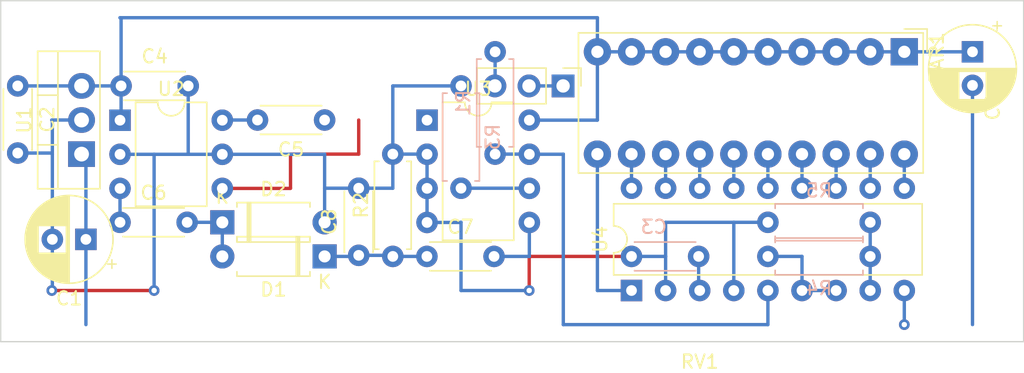
<source format=kicad_pcb>
(kicad_pcb (version 20221018) (generator pcbnew)
  (layers (0 "F.Cu" signal) (31 "B.Cu" signal) (34 "B.Paste" user) (35 "F.Paste" user) (36 "B.SilkS" user "B.Silkscreen") (37 "F.SilkS" user "F.Silkscreen") (38 "B.Mask" user) (39 "F.Mask" user) (44 "Edge.Cuts" user))
  (net 0 "")
  (net 1 "+5V")
  (net 2 "Net-(U4-LED1)")
  (net 3 "Net-(U4-LED2)")
  (net 4 "Net-(U4-LED3)")
  (net 5 "Net-(U4-LED4)")
  (net 6 "Net-(U4-LED5)")
  (net 7 "Net-(U4-LED6)")
  (net 8 "Net-(U4-LED7)")
  (net 9 "Net-(U4-LED8)")
  (net 10 "Net-(U4-LED9)")
  (net 11 "Net-(U4-LED10)")
  (net 12 "+9V")
  (net 13 "GND")
  (net 15 "Net-(C5-Pad2)")
  (net 16 "Net-(C6-Pad1)")
  (net 17 "Net-(D1-A)")
  (net 18 "Net-(D1-K)")
  (net 19 "Net-(U4-REFOUT)")
  (net 20 "Net-(R1-Pad1)")
  (net 21 "Net-(U4-SIG)")
  (net 22 "Net-(U4-REFADJ)")
  (net 23 "Net-(U3B-+)")
  (net 24 "Net-(U3B--)")
  (footprint "Resistor_THT:R_Axial_DIN0207_L6.3mm_D2.5mm_P7.62mm_Horizontal" (layer "F.Cu") (at 109.22 101.6 90)
    (fp_text reference "R2" (at 3.81 -2.37 90) (layer "F.SilkS"))
    (fp_text value "1k")
    (pad "1" thru_hole circle (at 0 0 90) (size 1.6 1.6) (drill 0.8) (layers "*.Cu" "*.Mask") (net 18 "Net-(D1-K)"))
    (pad "2" thru_hole oval (at 7.62 0 90) (size 1.6 1.6) (drill 0.8) (layers "*.Cu" "*.Mask") (net 13 "GND"))
  )
  (footprint "Capacitor_THT:C_Disc_D4.3mm_W1.9mm_P5.00mm" (layer "F.Cu") (at 111.76 101.6)
    (fp_text reference "C7" (at 2.5 -2.2) (layer "F.SilkS"))
    (fp_text value "0.1u")
    (pad "1" thru_hole circle (at 0 0) (size 1.6 1.6) (drill 0.8) (layers "*.Cu" "*.Mask") (net 18 "Net-(D1-K)"))
    (pad "2" thru_hole circle (at 5 0) (size 1.6 1.6) (drill 0.8) (layers "*.Cu" "*.Mask") (net 23 "Net-(U3B-+)"))
  )
  (footprint "Capacitor_THT:C_Disc_D4.3mm_W1.9mm_P5.00mm" (layer "F.Cu") (at 88.98 88.9)
    (fp_text reference "C4" (at 2.5 -2.2) (layer "F.SilkS"))
    (fp_text value "0.1u")
    (pad "1" thru_hole circle (at 0 0) (size 1.6 1.6) (drill 0.8) (layers "*.Cu" "*.Mask") (net 1 "+5V"))
    (pad "2" thru_hole circle (at 5 0) (size 1.6 1.6) (drill 0.8) (layers "*.Cu" "*.Mask") (net 13 "GND"))
  )
  (footprint "Display:HDSP-4836" (layer "F.Cu") (at 147.32 86.36 -90)
    (fp_text reference "BAR1" (at 0.45 -2.42 90) (layer "F.SilkS"))
    (fp_text value "HDSP-4836_2")
    (pad "1" thru_hole rect (at 0 0 180) (size 2.032 2.032) (drill 0.9144) (layers "*.Cu" "*.Mask") (net 1 "+5V"))
    (pad "2" thru_hole circle (at 0 2.54 180) (size 2.032 2.032) (drill 0.9144) (layers "*.Cu" "*.Mask") (net 1 "+5V"))
    (pad "3" thru_hole circle (at 0 5.08 180) (size 2.032 2.032) (drill 0.9144) (layers "*.Cu" "*.Mask") (net 1 "+5V"))
    (pad "4" thru_hole circle (at 0 7.62 180) (size 2.032 2.032) (drill 0.9144) (layers "*.Cu" "*.Mask") (net 1 "+5V"))
    (pad "5" thru_hole circle (at 0 10.16 180) (size 2.032 2.032) (drill 0.9144) (layers "*.Cu" "*.Mask") (net 1 "+5V"))
    (pad "6" thru_hole circle (at 0 12.7 180) (size 2.032 2.032) (drill 0.9144) (layers "*.Cu" "*.Mask") (net 1 "+5V"))
    (pad "7" thru_hole circle (at 0 15.24 180) (size 2.032 2.032) (drill 0.9144) (layers "*.Cu" "*.Mask") (net 1 "+5V"))
    (pad "8" thru_hole circle (at 0 17.78 180) (size 2.032 2.032) (drill 0.9144) (layers "*.Cu" "*.Mask") (net 1 "+5V"))
    (pad "9" thru_hole circle (at 0 20.32 180) (size 2.032 2.032) (drill 0.9144) (layers "*.Cu" "*.Mask") (net 1 "+5V"))
    (pad "10" thru_hole circle (at 0 22.86 180) (size 2.032 2.032) (drill 0.9144) (layers "*.Cu" "*.Mask") (net 1 "+5V"))
    (pad "11" thru_hole circle (at 7.62 22.86 180) (size 2.032 2.032) (drill 0.9144) (layers "*.Cu" "*.Mask") (net 2 "Net-(U4-LED1)"))
    (pad "12" thru_hole circle (at 7.62 20.32 180) (size 2.032 2.032) (drill 0.9144) (layers "*.Cu" "*.Mask") (net 3 "Net-(U4-LED2)"))
    (pad "13" thru_hole circle (at 7.62 17.78 180) (size 2.032 2.032) (drill 0.9144) (layers "*.Cu" "*.Mask") (net 4 "Net-(U4-LED3)"))
    (pad "14" thru_hole circle (at 7.62 15.24 180) (size 2.032 2.032) (drill 0.9144) (layers "*.Cu" "*.Mask") (net 5 "Net-(U4-LED4)"))
    (pad "15" thru_hole circle (at 7.62 12.7 180) (size 2.032 2.032) (drill 0.9144) (layers "*.Cu" "*.Mask") (net 6 "Net-(U4-LED5)"))
    (pad "16" thru_hole circle (at 7.62 10.16 180) (size 2.032 2.032) (drill 0.9144) (layers "*.Cu" "*.Mask") (net 7 "Net-(U4-LED6)"))
    (pad "17" thru_hole circle (at 7.62 7.62 180) (size 2.032 2.032) (drill 0.9144) (layers "*.Cu" "*.Mask") (net 8 "Net-(U4-LED7)"))
    (pad "18" thru_hole circle (at 7.62 5.08 180) (size 2.032 2.032) (drill 0.9144) (layers "*.Cu" "*.Mask") (net 9 "Net-(U4-LED8)"))
    (pad "19" thru_hole circle (at 7.62 2.54 180) (size 2.032 2.032) (drill 0.9144) (layers "*.Cu" "*.Mask") (net 10 "Net-(U4-LED9)"))
    (pad "20" thru_hole circle (at 7.62 0 180) (size 2.032 2.032) (drill 0.9144) (layers "*.Cu" "*.Mask") (net 11 "Net-(U4-LED10)"))
  )
  (footprint "Capacitor_THT:C_Disc_D4.3mm_W1.9mm_P5.00mm" (layer "F.Cu") (at 81.28 88.9 -90)
    (fp_text reference "C2" (at 2.5 -2.2 90) (layer "F.SilkS"))
    (fp_text value "0.1u")
    (pad "1" thru_hole circle (at 0 0 270) (size 1.6 1.6) (drill 0.8) (layers "*.Cu" "*.Mask") (net 1 "+5V"))
    (pad "2" thru_hole circle (at 5 0 270) (size 1.6 1.6) (drill 0.8) (layers "*.Cu" "*.Mask") (net 13 "GND"))
  )
  (footprint "Diode_THT:D_A-405_P7.62mm_Horizontal" (layer "F.Cu") (at 96.52 99.06)
    (fp_text reference "D2" (at 3.81 -2.47) (layer "F.SilkS"))
    (fp_text value "1N60")
    (fp_text user "K" (at 0 -1.9) (layer "F.SilkS"))
    (pad "1" thru_hole rect (at 0 0) (size 1.8 1.8) (drill 0.9) (layers "*.Cu" "*.Mask") (net 17 "Net-(D1-A)"))
    (pad "2" thru_hole oval (at 7.62 0) (size 1.8 1.8) (drill 0.9) (layers "*.Cu" "*.Mask") (net 13 "GND"))
  )
  (footprint "Capacitor_THT:CP_Radial_D6.3mm_P2.50mm" (layer "F.Cu") (at 86.36 100.33 180)
    (fp_text reference "C1" (at 1.25 -4.4) (layer "F.SilkS"))
    (fp_text value "47u")
    (pad "1" thru_hole rect (at 0 0 180) (size 1.6 1.6) (drill 0.8) (layers "*.Cu" "*.Mask") (net 12 "+9V"))
    (pad "2" thru_hole circle (at 2.5 0 180) (size 1.6 1.6) (drill 0.8) (layers "*.Cu" "*.Mask") (net 13 "GND"))
  )
  (footprint "Capacitor_THT:C_Disc_D4.3mm_W1.9mm_P5.00mm" (layer "F.Cu") (at 88.9 99.06)
    (fp_text reference "C6" (at 2.5 -2.2) (layer "F.SilkS"))
    (fp_text value "100p")
    (pad "1" thru_hole circle (at 0 0) (size 1.6 1.6) (drill 0.8) (layers "*.Cu" "*.Mask") (net 16 "Net-(C6-Pad1)"))
    (pad "2" thru_hole circle (at 5 0) (size 1.6 1.6) (drill 0.8) (layers "*.Cu" "*.Mask") (net 17 "Net-(D1-A)"))
  )
  (footprint "Capacitor_THT:CP_Radial_D6.3mm_P2.50mm" (layer "F.Cu") (at 152.4 86.36 -90)
    (fp_text reference "C9" (at 4.131 -1.509 90) (layer "F.SilkS"))
    (fp_text value "10u")
    (pad "1" thru_hole rect (at 0 0 270) (size 1.6 1.6) (drill 0.8) (layers "*.Cu" "*.Mask") (net 1 "+5V"))
    (pad "2" thru_hole circle (at 2.5 0 270) (size 1.6 1.6) (drill 0.8) (layers "*.Cu" "*.Mask") (net 19 "Net-(U4-REFOUT)"))
  )
  (footprint "Connector_PinHeader_2.54mm:PinHeader_1x03_P2.54mm_Vertical" (layer "F.Cu") (at 121.905 88.9 -90)
    (fp_text reference "RV1" (at 20.545 -10.175 -180) (layer "F.SilkS"))
    (fp_text value "250k")
    (pad "1" thru_hole rect (at 0 0 270) (size 1.7 1.7) (drill 1) (layers "*.Cu" "*.Mask") (net 24 "Net-(U3B--)"))
    (pad "2" thru_hole oval (at 0 2.54 270) (size 1.7 1.7) (drill 1) (layers "*.Cu" "*.Mask") (net 24 "Net-(U3B--)"))
    (pad "3" thru_hole oval (at 0 5.08 270) (size 1.7 1.7) (drill 1) (layers "*.Cu" "*.Mask") (net 20 "Net-(R1-Pad1)"))
  )
  (footprint "Capacitor_THT:C_Disc_D4.3mm_W1.9mm_P5.00mm" (layer "F.Cu") (at 106.68 101.52 90)
    (fp_text reference "C8" (at 2.5 -2.2 90) (layer "F.SilkS"))
    (fp_text value "0.1u")
    (pad "1" thru_hole circle (at 0 0 90) (size 1.6 1.6) (drill 0.8) (layers "*.Cu" "*.Mask") (net 18 "Net-(D1-K)"))
    (pad "2" thru_hole circle (at 5 0 90) (size 1.6 1.6) (drill 0.8) (layers "*.Cu" "*.Mask") (net 13 "GND"))
  )
  (footprint "Package_DIP:DIP-6_W7.62mm" (layer "F.Cu") (at 88.9 91.455)
    (fp_text reference "U2" (at 3.81 -2.33) (layer "F.SilkS"))
    (fp_text value "BGA2800")
    (pad "1" thru_hole rect (at 0 0) (size 1.6 1.6) (drill 0.8) (layers "*.Cu" "*.Mask") (net 1 "+5V"))
    (pad "2" thru_hole oval (at 0 2.54) (size 1.6 1.6) (drill 0.8) (layers "*.Cu" "*.Mask") (net 13 "GND"))
    (pad "3" thru_hole oval (at 0 5.08) (size 1.6 1.6) (drill 0.8) (layers "*.Cu" "*.Mask") (net 16 "Net-(C6-Pad1)"))
    (pad "4" thru_hole oval (at 7.62 5.08) (size 1.6 1.6) (drill 0.8) (layers "*.Cu" "*.Mask") (net 13 "GND"))
    (pad "5" thru_hole oval (at 7.62 2.54) (size 1.6 1.6) (drill 0.8) (layers "*.Cu" "*.Mask") (net 13 "GND"))
    (pad "6" thru_hole oval (at 7.62 0) (size 1.6 1.6) (drill 0.8) (layers "*.Cu" "*.Mask") (net 15 "Net-(C5-Pad2)"))
  )
  (footprint "Package_TO_SOT_THT:TO-220-3_Vertical" (layer "F.Cu") (at 86.035 93.98 90)
    (fp_text reference "U1" (at 2.54 -4.27 90) (layer "F.SilkS"))
    (fp_text value "L7805")
    (pad "1" thru_hole rect (at 0 0 90) (size 1.905 2) (drill 1.1) (layers "*.Cu" "*.Mask") (net 12 "+9V"))
    (pad "2" thru_hole oval (at 2.54 0 90) (size 1.905 2) (drill 1.1) (layers "*.Cu" "*.Mask") (net 13 "GND"))
    (pad "3" thru_hole oval (at 5.08 0 90) (size 1.905 2) (drill 1.1) (layers "*.Cu" "*.Mask") (net 1 "+5V"))
  )
  (footprint "Package_DIP:DIP-8_W7.62mm" (layer "F.Cu") (at 111.77 91.45)
    (fp_text reference "U3" (at 3.81 -2.33) (layer "F.SilkS"))
    (fp_text value "LM358")
    (pad "1" thru_hole rect (at 0 0) (size 1.6 1.6) (drill 0.8) (layers "*.Cu" "*.Mask"))
    (pad "2" thru_hole oval (at 0 2.54) (size 1.6 1.6) (drill 0.8) (layers "*.Cu" "*.Mask") (net 13 "GND"))
    (pad "3" thru_hole oval (at 0 5.08) (size 1.6 1.6) (drill 0.8) (layers "*.Cu" "*.Mask") (net 13 "GND"))
    (pad "4" thru_hole oval (at 0 7.62) (size 1.6 1.6) (drill 0.8) (layers "*.Cu" "*.Mask") (net 13 "GND"))
    (pad "5" thru_hole oval (at 7.62 7.62) (size 1.6 1.6) (drill 0.8) (layers "*.Cu" "*.Mask") (net 23 "Net-(U3B-+)"))
    (pad "6" thru_hole oval (at 7.62 5.08) (size 1.6 1.6) (drill 0.8) (layers "*.Cu" "*.Mask") (net 24 "Net-(U3B--)"))
    (pad "7" thru_hole oval (at 7.62 2.54) (size 1.6 1.6) (drill 0.8) (layers "*.Cu" "*.Mask") (net 21 "Net-(U4-SIG)"))
    (pad "8" thru_hole oval (at 7.62 0) (size 1.6 1.6) (drill 0.8) (layers "*.Cu" "*.Mask") (net 1 "+5V"))
  )
  (footprint "Capacitor_THT:C_Disc_D4.3mm_W1.9mm_P5.00mm" (layer "F.Cu") (at 104.14 91.44 180)
    (fp_text reference "C5" (at 2.5 -2.2) (layer "F.SilkS"))
    (fp_text value "100p")
    (pad "1" thru_hole circle (at 0 0 180) (size 1.6 1.6) (drill 0.8) (layers "*.Cu" "*.Mask"))
    (pad "2" thru_hole circle (at 5 0 180) (size 1.6 1.6) (drill 0.8) (layers "*.Cu" "*.Mask") (net 15 "Net-(C5-Pad2)"))
  )
  (footprint "Diode_THT:D_A-405_P7.62mm_Horizontal" (layer "F.Cu") (at 104.14 101.6 180)
    (fp_text reference "D1" (at 3.81 -2.47) (layer "F.SilkS"))
    (fp_text value "1N60")
    (fp_text user "K" (at 0 -1.9) (layer "F.SilkS"))
    (pad "1" thru_hole rect (at 0 0 180) (size 1.8 1.8) (drill 0.9) (layers "*.Cu" "*.Mask") (net 18 "Net-(D1-K)"))
    (pad "2" thru_hole oval (at 7.62 0 180) (size 1.8 1.8) (drill 0.9) (layers "*.Cu" "*.Mask") (net 17 "Net-(D1-A)"))
  )
  (footprint "Package_DIP:DIP-18_W7.62mm" (layer "F.Cu") (at 127 104.14 90)
    (fp_text reference "U4" (at 3.81 -2.33 90) (layer "F.SilkS"))
    (fp_text value "LM3914N")
    (pad "1" thru_hole rect (at 0 0 90) (size 1.6 1.6) (drill 0.8) (layers "*.Cu" "*.Mask") (net 2 "Net-(U4-LED1)"))
    (pad "2" thru_hole oval (at 0 2.54 90) (size 1.6 1.6) (drill 0.8) (layers "*.Cu" "*.Mask") (net 13 "GND"))
    (pad "3" thru_hole oval (at 0 5.08 90) (size 1.6 1.6) (drill 0.8) (layers "*.Cu" "*.Mask") (net 12 "+9V"))
    (pad "4" thru_hole oval (at 0 7.62 90) (size 1.6 1.6) (drill 0.8) (layers "*.Cu" "*.Mask") (net 13 "GND"))
    (pad "5" thru_hole oval (at 0 10.16 90) (size 1.6 1.6) (drill 0.8) (layers "*.Cu" "*.Mask") (net 21 "Net-(U4-SIG)"))
    (pad "6" thru_hole oval (at 0 12.7 90) (size 1.6 1.6) (drill 0.8) (layers "*.Cu" "*.Mask") (net 19 "Net-(U4-REFOUT)"))
    (pad "7" thru_hole oval (at 0 15.24 90) (size 1.6 1.6) (drill 0.8) (layers "*.Cu" "*.Mask") (net 19 "Net-(U4-REFOUT)"))
    (pad "8" thru_hole oval (at 0 17.78 90) (size 1.6 1.6) (drill 0.8) (layers "*.Cu" "*.Mask") (net 22 "Net-(U4-REFADJ)"))
    (pad "9" thru_hole oval (at 0 20.32 90) (size 1.6 1.6) (drill 0.8) (layers "*.Cu" "*.Mask") (net 12 "+9V"))
    (pad "10" thru_hole oval (at 7.62 20.32 90) (size 1.6 1.6) (drill 0.8) (layers "*.Cu" "*.Mask") (net 11 "Net-(U4-LED10)"))
    (pad "11" thru_hole oval (at 7.62 17.78 90) (size 1.6 1.6) (drill 0.8) (layers "*.Cu" "*.Mask") (net 10 "Net-(U4-LED9)"))
    (pad "12" thru_hole oval (at 7.62 15.24 90) (size 1.6 1.6) (drill 0.8) (layers "*.Cu" "*.Mask") (net 9 "Net-(U4-LED8)"))
    (pad "13" thru_hole oval (at 7.62 12.7 90) (size 1.6 1.6) (drill 0.8) (layers "*.Cu" "*.Mask") (net 8 "Net-(U4-LED7)"))
    (pad "14" thru_hole oval (at 7.62 10.16 90) (size 1.6 1.6) (drill 0.8) (layers "*.Cu" "*.Mask") (net 7 "Net-(U4-LED6)"))
    (pad "15" thru_hole oval (at 7.62 7.62 90) (size 1.6 1.6) (drill 0.8) (layers "*.Cu" "*.Mask") (net 6 "Net-(U4-LED5)"))
    (pad "16" thru_hole oval (at 7.62 5.08 90) (size 1.6 1.6) (drill 0.8) (layers "*.Cu" "*.Mask") (net 5 "Net-(U4-LED4)"))
    (pad "17" thru_hole oval (at 7.62 2.54 90) (size 1.6 1.6) (drill 0.8) (layers "*.Cu" "*.Mask") (net 4 "Net-(U4-LED3)"))
    (pad "18" thru_hole oval (at 7.62 0 90) (size 1.6 1.6) (drill 0.8) (layers "*.Cu" "*.Mask") (net 3 "Net-(U4-LED2)"))
  )
  (footprint "Resistor_THT:R_Axial_DIN0207_L6.3mm_D2.5mm_P7.62mm_Horizontal" (layer "B.Cu") (at 137.16 101.6)
    (fp_text reference "R4" (at 3.81 2.37) (layer "B.SilkS") (effects (justify mirror)))
    (fp_text value "1k")
    (pad "1" thru_hole circle (at 0 0) (size 1.6 1.6) (drill 0.8) (layers "*.Cu" "*.Mask") (net 19 "Net-(U4-REFOUT)"))
    (pad "2" thru_hole oval (at 7.62 0) (size 1.6 1.6) (drill 0.8) (layers "*.Cu" "*.Mask") (net 22 "Net-(U4-REFADJ)"))
  )
  (footprint "Resistor_THT:R_Axial_DIN0207_L6.3mm_D2.5mm_P7.62mm_Horizontal" (layer "B.Cu") (at 116.84 86.36 -90)
    (fp_text reference "R1" (at 3.81 2.37 -270) (layer "B.SilkS") (effects (justify mirror)))
    (fp_text value "100k")
    (pad "1" thru_hole circle (at 0 0 270) (size 1.6 1.6) (drill 0.8) (layers "*.Cu" "*.Mask") (net 20 "Net-(R1-Pad1)"))
    (pad "2" thru_hole oval (at 7.62 0 270) (size 1.6 1.6) (drill 0.8) (layers "*.Cu" "*.Mask") (net 21 "Net-(U4-SIG)"))
  )
  (footprint "Capacitor_THT:C_Disc_D4.3mm_W1.9mm_P5.00mm" (layer "B.Cu") (at 132 101.6 180)
    (fp_text reference "C3" (at 3.33 2.2) (layer "B.SilkS") (effects (justify mirror)))
    (fp_text value "0.1u")
    (pad "1" thru_hole circle (at 0 0 180) (size 1.6 1.6) (drill 0.8) (layers "*.Cu" "*.Mask") (net 12 "+9V"))
    (pad "2" thru_hole circle (at 5 0 180) (size 1.6 1.6) (drill 0.8) (layers "*.Cu" "*.Mask") (net 13 "GND"))
  )
  (footprint "Resistor_THT:R_Axial_DIN0207_L6.3mm_D2.5mm_P7.62mm_Horizontal" (layer "B.Cu") (at 114.3 96.52 90)
    (fp_text reference "R3" (at 3.81 2.37 90) (layer "B.SilkS") (effects (justify mirror)))
    (fp_text value "10k")
    (pad "1" thru_hole circle (at 0 0 90) (size 1.6 1.6) (drill 0.8) (layers "*.Cu" "*.Mask") (net 24 "Net-(U3B--)"))
    (pad "2" thru_hole oval (at 7.62 0 90) (size 1.6 1.6) (drill 0.8) (layers "*.Cu" "*.Mask") (net 13 "GND"))
  )
  (footprint "Resistor_THT:R_Axial_DIN0207_L6.3mm_D2.5mm_P7.62mm_Horizontal" (layer "B.Cu") (at 144.78 99.06 180)
    (fp_text reference "R5" (at 3.81 2.37) (layer "B.SilkS") (effects (justify mirror)))
    (fp_text value "2.7k")
    (pad "1" thru_hole circle (at 0 0 180) (size 1.6 1.6) (drill 0.8) (layers "*.Cu" "*.Mask") (net 22 "Net-(U4-REFADJ)"))
    (pad "2" thru_hole oval (at 7.62 0 180) (size 1.6 1.6) (drill 0.8) (layers "*.Cu" "*.Mask") (net 13 "GND"))
  )
  (gr_rect (start 80.01 82.55) (end 156.21 107.95) (stroke (width 0.1)) (fill none) (layer "Edge.Cuts"))
  (segment (start 119.39 91.45) (end 124.45 91.45) (width 0.25) (layer "B.Cu") (net 1))
  (segment (start 147.32 86.36) (end 152.4 86.36) (width 0.25) (layer "B.Cu") (net 1))
  (segment (start 124.46 86.36) (end 124.46 83.82) (width 0.25) (layer "B.Cu") (net 1))
  (segment (start 124.46 91.44) (end 124.46 86.36) (width 0.25) (layer "B.Cu") (net 1))
  (segment (start 124.46 86.36) (end 147.32 86.36) (width 0.25) (layer "B.Cu") (net 1))
  (segment (start 88.98 91.375) (end 88.9 91.455) (width 0.25) (layer "B.Cu") (net 1))
  (segment (start 88.98 83.9) (end 88.98 88.9) (width 0.25) (layer "B.Cu") (net 1))
  (segment (start 88.98 88.9) (end 88.98 91.375) (width 0.25) (layer "B.Cu") (net 1))
  (segment (start 88.9 83.82) (end 88.98 83.9) (width 0.25) (layer "B.Cu") (net 1))
  (segment (start 81.28 88.9) (end 86.035 88.9) (width 0.25) (layer "B.Cu") (net 1))
  (segment (start 124.45 91.45) (end 124.46 91.44) (width 0.25) (layer "B.Cu") (net 1))
  (segment (start 86.035 88.9) (end 88.98 88.9) (width 0.25) (layer "B.Cu") (net 1))
  (segment (start 124.46 83.82) (end 88.9 83.82) (width 0.25) (layer "B.Cu") (net 1))
  (segment (start 124.46 93.98) (end 124.46 104.14) (width 0.25) (layer "B.Cu") (net 2))
  (segment (start 127 104.14) (end 124.46 104.14) (width 0.25) (layer "B.Cu") (net 2))
  (segment (start 127 96.52) (end 127 93.98) (width 0.25) (layer "B.Cu") (net 3))
  (segment (start 129.54 96.52) (end 129.54 93.98) (width 0.25) (layer "B.Cu") (net 4))
  (segment (start 132.08 96.52) (end 132.08 93.98) (width 0.25) (layer "B.Cu") (net 5))
  (segment (start 134.62 96.52) (end 134.62 93.98) (width 0.25) (layer "B.Cu") (net 6))
  (segment (start 137.16 96.52) (end 137.16 93.98) (width 0.25) (layer "B.Cu") (net 7))
  (segment (start 139.7 96.52) (end 139.7 93.98) (width 0.25) (layer "B.Cu") (net 8))
  (segment (start 142.24 96.52) (end 142.24 93.98) (width 0.25) (layer "B.Cu") (net 9))
  (segment (start 144.78 96.52) (end 144.78 93.98) (width 0.25) (layer "B.Cu") (net 10))
  (segment (start 147.32 96.52) (end 147.32 93.98) (width 0.25) (layer "B.Cu") (net 11))
  (via (at 147.32 106.68) (size 0.8) (drill 0.4) (layers "F.Cu" "B.Cu") (net 12))
  (segment (start 86.36 94.305) (end 86.035 93.98) (width 0.25) (layer "B.Cu") (net 12))
  (segment (start 86.36 100.33) (end 86.36 106.68) (width 0.25) (layer "B.Cu") (net 12))
  (segment (start 132 104.06) (end 132.08 104.14) (width 0.25) (layer "B.Cu") (net 12))
  (segment (start 147.32 104.14) (end 147.32 106.68) (width 0.25) (layer "B.Cu") (net 12))
  (segment (start 132 101.6) (end 132 104.06) (width 0.25) (layer "B.Cu") (net 12))
  (segment (start 132.04 104.18) (end 132.08 104.14) (width 0.25) (layer "B.Cu") (net 12))
  (segment (start 86.36 100.33) (end 86.36 94.305) (width 0.25) (layer "B.Cu") (net 12))
  (segment (start 127 101.6) (end 119.38 101.6) (width 0.25) (layer "F.Cu") (net 13))
  (segment (start 83.82 104.14) (end 91.44 104.14) (width 0.25) (layer "F.Cu") (net 13))
  (segment (start 101.6 96.52) (end 101.6 93.98) (width 0.25) (layer "F.Cu") (net 13))
  (segment (start 96.52 96.535) (end 101.585 96.535) (width 0.25) (layer "F.Cu") (net 13))
  (segment (start 101.585 96.535) (end 101.6 96.52) (width 0.25) (layer "F.Cu") (net 13))
  (segment (start 119.38 101.6) (end 119.38 104.14) (width 0.25) (layer "F.Cu") (net 13))
  (segment (start 101.6 93.98) (end 106.68 93.98) (width 0.25) (layer "F.Cu") (net 13))
  (segment (start 106.68 93.98) (end 106.68 91.44) (width 0.25) (layer "F.Cu") (net 13))
  (via (at 119.38 104.14) (size 0.8) (drill 0.4) (layers "F.Cu" "B.Cu") (net 13))
  (via (at 91.44 104.14) (size 0.8) (drill 0.4) (layers "F.Cu" "B.Cu") (net 13))
  (via (at 83.82 104.14) (size 0.8) (drill 0.4) (layers "F.Cu" "B.Cu") (net 13))
  (segment (start 111.76 93.98) (end 111.77 93.99) (width 0.25) (layer "B.Cu") (net 13))
  (segment (start 111.77 93.99) (end 111.77 99.07) (width 0.25) (layer "B.Cu") (net 13))
  (segment (start 93.98 88.9) (end 93.98 93.98) (width 0.25) (layer "B.Cu") (net 13))
  (segment (start 137.16 99.06) (end 134.62 99.06) (width 0.25) (layer "B.Cu") (net 13))
  (segment (start 134.62 99.06) (end 134.62 104.14) (width 0.25) (layer "B.Cu") (net 13))
  (segment (start 83.86 93.98) (end 83.86 91.48) (width 0.25) (layer "B.Cu") (net 13))
  (segment (start 129.54 99.06) (end 134.62 99.06) (width 0.25) (layer "B.Cu") (net 13))
  (segment (start 83.86 100.33) (end 83.86 104.1) (width 0.25) (layer "B.Cu") (net 13))
  (segment (start 96.535 96.52) (end 96.52 96.535) (width 0.25) (layer "B.Cu") (net 13))
  (segment (start 114.3 104.14) (end 114.3 99.06) (width 0.25) (layer "B.Cu") (net 13))
  (segment (start 83.86 91.48) (end 83.82 91.44) (width 0.25) (layer "B.Cu") (net 13))
  (segment (start 114.3 88.9) (end 109.22 88.9) (width 0.25) (layer "B.Cu") (net 13))
  (segment (start 83.86 104.1) (end 83.82 104.14) (width 0.25) (layer "B.Cu") (net 13))
  (segment (start 81.28 93.9) (end 83.78 93.9) (width 0.25) (layer "B.Cu") (net 13))
  (segment (start 109.22 93.98) (end 109.22 96.52) (width 0.25) (layer "B.Cu") (net 13))
  (segment (start 106.68 96.52) (end 104.14 96.52) (width 0.25) (layer "B.Cu") (net 13))
  (segment (start 129.54 104.14) (end 129.54 101.6) (width 0.25) (layer "B.Cu") (net 13))
  (segment (start 93.995 93.995) (end 96.52 93.995) (width 0.25) (layer "B.Cu") (net 13))
  (segment (start 129.54 101.6) (end 129.54 99.06) (width 0.25) (layer "B.Cu") (net 13))
  (segment (start 104.14 93.98) (end 104.14 96.52) (width 0.25) (layer "B.Cu") (net 13))
  (segment (start 91.44 93.995) (end 93.965 93.995) (width 0.25) (layer "B.Cu") (net 13))
  (segment (start 104.125 93.995) (end 104.14 93.98) (width 0.25) (layer "B.Cu") (net 13))
  (segment (start 96.52 93.995) (end 104.125 93.995) (width 0.25) (layer "B.Cu") (net 13))
  (segment (start 109.22 96.52) (end 106.68 96.52) (width 0.25) (layer "B.Cu") (net 13))
  (segment (start 114.29 99.07) (end 111.77 99.07) (width 0.25) (layer "B.Cu") (net 13))
  (segment (start 83.78 93.9) (end 83.86 93.98) (width 0.25) (layer "B.Cu") (net 13))
  (segment (start 83.82 91.44) (end 86.035 91.44) (width 0.25) (layer "B.Cu") (net 13))
  (segment (start 119.38 104.14) (end 114.3 104.14) (width 0.25) (layer "B.Cu") (net 13))
  (segment (start 109.22 93.98) (end 111.76 93.98) (width 0.25) (layer "B.Cu") (net 13))
  (segment (start 91.44 104.14) (end 91.44 93.995) (width 0.25) (layer "B.Cu") (net 13))
  (segment (start 93.965 93.995) (end 93.98 93.98) (width 0.25) (layer "B.Cu") (net 13))
  (segment (start 93.98 93.98) (end 93.995 93.995) (width 0.25) (layer "B.Cu") (net 13))
  (segment (start 83.86 100.33) (end 83.86 93.98) (width 0.25) (layer "B.Cu") (net 13))
  (segment (start 127 101.6) (end 129.54 101.6) (width 0.25) (layer "B.Cu") (net 13))
  (segment (start 104.14 99.06) (end 104.14 96.52) (width 0.25) (layer "B.Cu") (net 13))
  (segment (start 114.3 99.06) (end 114.29 99.07) (width 0.25) (layer "B.Cu") (net 13))
  (segment (start 88.9 93.995) (end 91.44 93.995) (width 0.25) (layer "B.Cu") (net 13))
  (segment (start 109.22 88.9) (end 109.22 93.98) (width 0.25) (layer "B.Cu") (net 13))
  (segment (start 99.14 91.44) (end 96.535 91.44) (width 0.25) (layer "B.Cu") (net 15))
  (segment (start 96.535 91.44) (end 96.52 91.455) (width 0.25) (layer "B.Cu") (net 15))
  (segment (start 88.9 99.06) (end 88.9 96.535) (width 0.25) (layer "B.Cu") (net 16))
  (segment (start 93.9 99.06) (end 96.52 99.06) (width 0.25) (layer "B.Cu") (net 17))
  (segment (start 96.52 101.6) (end 96.52 99.06) (width 0.25) (layer "B.Cu") (net 17))
  (segment (start 109.14 101.52) (end 109.22 101.6) (width 0.25) (layer "B.Cu") (net 18))
  (segment (start 106.68 101.52) (end 109.14 101.52) (width 0.25) (layer "B.Cu") (net 18))
  (segment (start 106.6 101.6) (end 106.68 101.52) (width 0.25) (layer "B.Cu") (net 18))
  (segment (start 104.14 101.6) (end 106.6 101.6) (width 0.25) (layer "B.Cu") (net 18))
  (segment (start 109.22 101.6) (end 111.76 101.6) (width 0.25) (layer "B.Cu") (net 18))
  (segment (start 139.7 104.14) (end 139.7 101.6) (width 0.25) (layer "B.Cu") (net 19))
  (segment (start 139.7 101.6) (end 137.16 101.6) (width 0.25) (layer "B.Cu") (net 19))
  (segment (start 152.4 88.86) (end 152.4 106.68) (width 0.25) (layer "B.Cu") (net 19))
  (segment (start 142.24 104.14) (end 139.7 104.14) (width 0.25) (layer "B.Cu") (net 19))
  (segment (start 116.84 88.885) (end 116.825 88.9) (width 0.25) (layer "B.Cu") (net 20))
  (segment (start 116.84 86.36) (end 116.84 88.885) (width 0.25) (layer "B.Cu") (net 20))
  (segment (start 119.38 93.98) (end 119.39 93.99) (width 0.25) (layer "B.Cu") (net 21))
  (segment (start 137.16 106.68) (end 121.92 106.68) (width 0.25) (layer "B.Cu") (net 21))
  (segment (start 119.39 93.99) (end 121.91 93.99) (width 0.25) (layer "B.Cu") (net 21))
  (segment (start 121.92 93.98) (end 121.92 106.68) (width 0.25) (layer "B.Cu") (net 21))
  (segment (start 137.16 104.14) (end 137.16 106.68) (width 0.25) (layer "B.Cu") (net 21))
  (segment (start 116.84 93.98) (end 119.38 93.98) (width 0.25) (layer "B.Cu") (net 21))
  (segment (start 121.91 93.99) (end 121.92 93.98) (width 0.25) (layer "B.Cu") (net 21))
  (segment (start 137.17 104.15) (end 137.16 104.14) (width 0.25) (layer "B.Cu") (net 21))
  (segment (start 144.78 99.06) (end 144.78 104.14) (width 0.25) (layer "B.Cu") (net 22))
  (segment (start 119.38 101.6) (end 119.39 101.59) (width 0.25) (layer "B.Cu") (net 23))
  (segment (start 116.76 101.6) (end 119.38 101.6) (width 0.25) (layer "B.Cu") (net 23))
  (segment (start 119.39 101.59) (end 119.39 99.07) (width 0.25) (layer "B.Cu") (net 23))
  (segment (start 119.38 96.52) (end 119.39 96.53) (width 0.25) (layer "B.Cu") (net 24))
  (segment (start 119.365 88.9) (end 121.905 88.9) (width 0.25) (layer "B.Cu") (net 24))
  (segment (start 114.3 96.52) (end 119.38 96.52) (width 0.25) (layer "B.Cu") (net 24))
)
</source>
